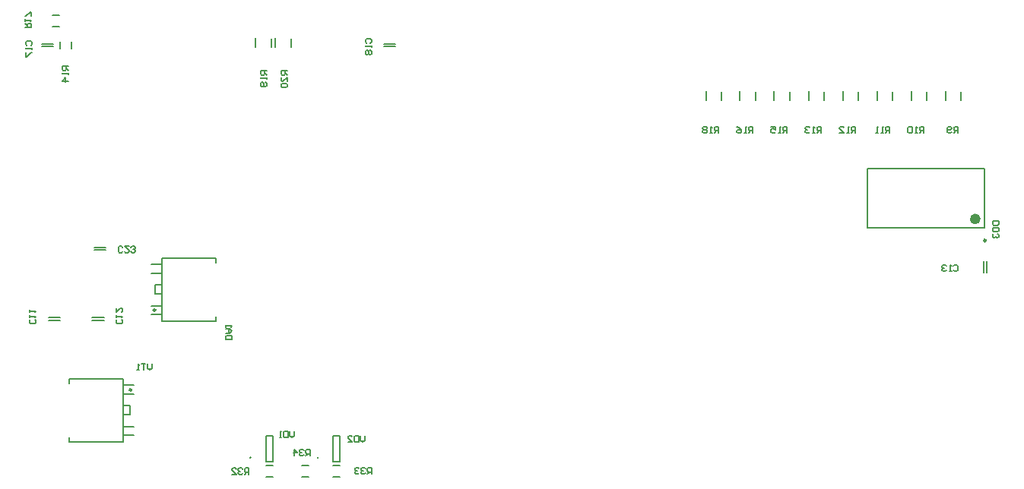
<source format=gbo>
G04 Layer_Color=32896*
%FSAX42Y42*%
%MOMM*%
G71*
G01*
G75*
%ADD10C,0.25*%
%ADD11C,0.60*%
%ADD12C,0.13*%
%ADD13C,0.20*%
D10*
X014639Y008471D02*
G03*
X014639Y008471I-000012J000000D01*
G01*
X005124Y006807D02*
G03*
X005124Y006807I-000012J000000D01*
G01*
X005391Y007696D02*
G03*
X005391Y007696I-000012J000000D01*
G01*
D11*
X014550Y008711D02*
G03*
X014550Y008711I-000030J000000D01*
G01*
D12*
X014365Y010036D02*
X014365Y010132D01*
X014188Y010033D02*
X014188Y010135D01*
X013984Y010036D02*
X013984Y010132D01*
X013807Y010033D02*
X013807Y010135D01*
X013603Y010036D02*
X013603Y010132D01*
X013426Y010033D02*
X013426Y010135D01*
X013222Y010036D02*
X013222Y010132D01*
X013045Y010033D02*
X013045Y010135D01*
X012841Y010036D02*
X012841Y010132D01*
X012664Y010033D02*
X012664Y010135D01*
X012460Y010036D02*
X012460Y010132D01*
X012282Y010033D02*
X012282Y010135D01*
X012079Y010036D02*
X012079Y010132D01*
X011901Y010033D02*
X011901Y010135D01*
X011698Y010036D02*
X011698Y010132D01*
X011521Y010033D02*
X011521Y010135D01*
X004427Y006929D02*
X005027Y006929D01*
X004427Y006229D02*
X005027Y006229D01*
X005027Y006859D02*
X005147Y006859D01*
X005027Y006759D02*
X005027Y006859D01*
X005027Y006759D02*
X005147Y006759D01*
X005107Y006529D02*
X005107Y006629D01*
X005027Y006529D02*
X005107Y006529D01*
X005027Y006529D02*
X005027Y006629D01*
X005107Y006629D01*
X005027Y006299D02*
X005147Y006299D01*
X005027Y006299D02*
X005027Y006399D01*
X005147Y006399D01*
X005027Y006229D02*
X005027Y006929D01*
X004427Y006229D02*
X004427Y006279D01*
X004427Y006879D02*
X004427Y006929D01*
X007369Y006005D02*
X007445Y006005D01*
X007445Y006295D01*
X007369Y006295D02*
X007445Y006295D01*
X007369Y006005D02*
X007369Y006295D01*
X006619Y006005D02*
X006695Y006005D01*
X006695Y006295D01*
X006619Y006295D02*
X006695Y006295D01*
X006619Y006005D02*
X006619Y006295D01*
X007019Y005837D02*
X007095Y005837D01*
X007019Y005963D02*
X007095Y005963D01*
X006903Y010627D02*
X006903Y010723D01*
X006725Y010624D02*
X006725Y010726D01*
X006678Y010627D02*
X006678Y010723D01*
X006500Y010624D02*
X006500Y010726D01*
X007369Y005963D02*
X007445Y005963D01*
X007369Y005837D02*
X007445Y005837D01*
X006619Y005963D02*
X006695Y005963D01*
X006619Y005837D02*
X006695Y005837D01*
X004240Y010858D02*
X004317Y010858D01*
X004240Y010986D02*
X004317Y010986D01*
X004452Y010612D02*
X004452Y010688D01*
X004325Y010612D02*
X004325Y010688D01*
X005463Y007575D02*
X006063Y007575D01*
X005463Y008275D02*
X006063Y008275D01*
X005343Y007645D02*
X005463Y007645D01*
X005463Y007745D01*
X005343Y007745D02*
X005463Y007745D01*
X005383Y007875D02*
X005383Y007975D01*
X005463Y007975D01*
X005463Y007875D02*
X005463Y007975D01*
X005383Y007875D02*
X005463Y007875D01*
X005343Y008205D02*
X005463Y008205D01*
X005463Y008105D02*
X005463Y008205D01*
X005343Y008105D02*
X005463Y008105D01*
X005463Y007575D02*
X005463Y008275D01*
X006063Y008225D02*
X006063Y008275D01*
X006063Y007575D02*
X006063Y007625D01*
X007935Y010635D02*
X008065Y010635D01*
X007935Y010665D02*
X008065Y010665D01*
X004124Y010635D02*
X004254Y010635D01*
X004124Y010665D02*
X004254Y010665D01*
X004685Y007610D02*
X004815Y007610D01*
X004685Y007580D02*
X004815Y007580D01*
X004202Y007610D02*
X004332Y007610D01*
X004202Y007580D02*
X004332Y007580D01*
X014615Y008114D02*
X014615Y008244D01*
X014645Y008114D02*
X014645Y008244D01*
X004710Y008367D02*
X004840Y008367D01*
X004710Y008397D02*
X004840Y008397D01*
X014328Y009672D02*
X014328Y009742D01*
X014293Y009742D01*
X014281Y009731D01*
X014281Y009707D01*
X014293Y009696D01*
X014328Y009696D01*
X014305Y009696D02*
X014281Y009672D01*
X014258Y009684D02*
X014246Y009672D01*
X014223Y009672D01*
X014212Y009684D01*
X014212Y009731D01*
X014223Y009742D01*
X014246Y009742D01*
X014258Y009731D01*
X014258Y009719D01*
X014246Y009707D01*
X014212Y009707D01*
X013947Y009672D02*
X013947Y009742D01*
X013912Y009742D01*
X013900Y009731D01*
X013900Y009707D01*
X013912Y009696D01*
X013947Y009696D01*
X013924Y009696D02*
X013900Y009672D01*
X013877Y009672D02*
X013854Y009672D01*
X013865Y009672D01*
X013865Y009742D01*
X013877Y009731D01*
X013819Y009731D02*
X013807Y009742D01*
X013784Y009742D01*
X013772Y009731D01*
X013772Y009684D01*
X013784Y009672D01*
X013807Y009672D01*
X013819Y009684D01*
X013819Y009731D01*
X013566Y009672D02*
X013566Y009742D01*
X013531Y009742D01*
X013519Y009731D01*
X013519Y009707D01*
X013531Y009696D01*
X013566Y009696D01*
X013543Y009696D02*
X013519Y009672D01*
X013496Y009672D02*
X013473Y009672D01*
X013485Y009672D01*
X013485Y009742D01*
X013496Y009731D01*
X013438Y009672D02*
X013415Y009672D01*
X013426Y009672D01*
X013426Y009742D01*
X013438Y009731D01*
X013185Y009672D02*
X013185Y009742D01*
X013150Y009742D01*
X013138Y009731D01*
X013138Y009707D01*
X013150Y009696D01*
X013185Y009696D01*
X013162Y009696D02*
X013138Y009672D01*
X013115Y009672D02*
X013092Y009672D01*
X013104Y009672D01*
X013104Y009742D01*
X013115Y009731D01*
X013010Y009672D02*
X013057Y009672D01*
X013010Y009719D01*
X013010Y009731D01*
X013022Y009742D01*
X013045Y009742D01*
X013057Y009731D01*
X012804Y009672D02*
X012804Y009742D01*
X012769Y009742D01*
X012757Y009731D01*
X012757Y009707D01*
X012769Y009696D01*
X012804Y009696D01*
X012781Y009696D02*
X012757Y009672D01*
X012734Y009672D02*
X012711Y009672D01*
X012722Y009672D01*
X012722Y009742D01*
X012734Y009731D01*
X012676Y009731D02*
X012664Y009742D01*
X012641Y009742D01*
X012629Y009731D01*
X012629Y009719D01*
X012641Y009707D01*
X012653Y009707D01*
X012641Y009707D01*
X012629Y009696D01*
X012629Y009684D01*
X012641Y009672D01*
X012664Y009672D01*
X012676Y009684D01*
X012423Y009672D02*
X012423Y009742D01*
X012388Y009742D01*
X012376Y009731D01*
X012376Y009707D01*
X012388Y009696D01*
X012423Y009696D01*
X012400Y009696D02*
X012376Y009672D01*
X012353Y009672D02*
X012330Y009672D01*
X012342Y009672D01*
X012342Y009742D01*
X012353Y009731D01*
X012248Y009742D02*
X012295Y009742D01*
X012295Y009707D01*
X012272Y009719D01*
X012260Y009719D01*
X012248Y009707D01*
X012248Y009684D01*
X012260Y009672D01*
X012283Y009672D01*
X012295Y009684D01*
X012042Y009672D02*
X012042Y009742D01*
X012007Y009742D01*
X011995Y009731D01*
X011995Y009707D01*
X012007Y009696D01*
X012042Y009696D01*
X012019Y009696D02*
X011995Y009672D01*
X011972Y009672D02*
X011949Y009672D01*
X011961Y009672D01*
X011961Y009742D01*
X011972Y009731D01*
X011867Y009742D02*
X011891Y009731D01*
X011914Y009707D01*
X011914Y009684D01*
X011902Y009672D01*
X011879Y009672D01*
X011867Y009684D01*
X011867Y009696D01*
X011879Y009707D01*
X011914Y009707D01*
X011661Y009672D02*
X011661Y009742D01*
X011626Y009742D01*
X011614Y009731D01*
X011614Y009707D01*
X011626Y009696D01*
X011661Y009696D01*
X011638Y009696D02*
X011614Y009672D01*
X011591Y009672D02*
X011568Y009672D01*
X011579Y009672D01*
X011579Y009742D01*
X011591Y009731D01*
X011533Y009731D02*
X011521Y009742D01*
X011498Y009742D01*
X011486Y009731D01*
X011486Y009719D01*
X011498Y009707D01*
X011486Y009696D01*
X011486Y009684D01*
X011498Y009672D01*
X011521Y009672D01*
X011533Y009684D01*
X011533Y009696D01*
X011521Y009707D01*
X011533Y009719D01*
X011533Y009731D01*
X011521Y009707D02*
X011498Y009707D01*
X014713Y008687D02*
X014783Y008687D01*
X014783Y008652D01*
X014771Y008640D01*
X014724Y008640D01*
X014713Y008652D01*
X014713Y008687D01*
X014713Y008617D02*
X014783Y008617D01*
X014783Y008582D01*
X014771Y008570D01*
X014724Y008570D01*
X014713Y008582D01*
X014713Y008617D01*
X014724Y008547D02*
X014713Y008535D01*
X014713Y008512D01*
X014724Y008500D01*
X014736Y008500D01*
X014748Y008512D01*
X014748Y008524D01*
X014748Y008512D01*
X014759Y008500D01*
X014771Y008500D01*
X014783Y008512D01*
X014783Y008535D01*
X014771Y008547D01*
X005349Y007096D02*
X005349Y007049D01*
X005326Y007026D01*
X005303Y007049D01*
X005303Y007096D01*
X005279Y007096D02*
X005233Y007096D01*
X005256Y007096D01*
X005256Y007026D01*
X005209Y007026D02*
X005186Y007026D01*
X005198Y007026D01*
X005198Y007096D01*
X005209Y007084D01*
X007722Y006293D02*
X007722Y006246D01*
X007698Y006223D01*
X007675Y006246D01*
X007675Y006293D01*
X007652Y006293D02*
X007652Y006223D01*
X007617Y006223D01*
X007605Y006235D01*
X007605Y006281D01*
X007617Y006293D01*
X007652Y006293D01*
X007535Y006223D02*
X007582Y006223D01*
X007535Y006270D01*
X007535Y006281D01*
X007547Y006293D01*
X007570Y006293D01*
X007582Y006281D01*
X006934Y006344D02*
X006934Y006297D01*
X006911Y006274D01*
X006888Y006297D01*
X006888Y006344D01*
X006864Y006344D02*
X006864Y006274D01*
X006829Y006274D01*
X006818Y006285D01*
X006818Y006332D01*
X006829Y006344D01*
X006864Y006344D01*
X006794Y006274D02*
X006771Y006274D01*
X006783Y006274D01*
X006783Y006344D01*
X006794Y006332D01*
X007112Y006071D02*
X007112Y006141D01*
X007077Y006141D01*
X007065Y006129D01*
X007065Y006106D01*
X007077Y006094D01*
X007112Y006094D01*
X007089Y006094D02*
X007065Y006071D01*
X007042Y006129D02*
X007030Y006141D01*
X007007Y006141D01*
X006995Y006129D01*
X006995Y006117D01*
X007007Y006106D01*
X007019Y006106D01*
X007007Y006106D01*
X006995Y006094D01*
X006995Y006082D01*
X007007Y006071D01*
X007030Y006071D01*
X007042Y006082D01*
X006937Y006071D02*
X006937Y006141D01*
X006972Y006106D01*
X006925Y006106D01*
X006858Y010363D02*
X006788Y010363D01*
X006788Y010328D01*
X006800Y010317D01*
X006823Y010317D01*
X006835Y010328D01*
X006835Y010363D01*
X006835Y010340D02*
X006858Y010317D01*
X006858Y010247D02*
X006858Y010293D01*
X006811Y010247D01*
X006800Y010247D01*
X006788Y010258D01*
X006788Y010282D01*
X006800Y010293D01*
X006800Y010223D02*
X006788Y010212D01*
X006788Y010188D01*
X006800Y010177D01*
X006846Y010177D01*
X006858Y010188D01*
X006858Y010212D01*
X006846Y010223D01*
X006800Y010223D01*
X006629Y010363D02*
X006559Y010363D01*
X006559Y010328D01*
X006571Y010317D01*
X006594Y010317D01*
X006606Y010328D01*
X006606Y010363D01*
X006606Y010340D02*
X006629Y010317D01*
X006629Y010293D02*
X006629Y010270D01*
X006629Y010282D01*
X006559Y010282D01*
X006571Y010293D01*
X006618Y010235D02*
X006629Y010223D01*
X006629Y010200D01*
X006618Y010188D01*
X006571Y010188D01*
X006559Y010200D01*
X006559Y010223D01*
X006571Y010235D01*
X006583Y010235D01*
X006594Y010223D01*
X006594Y010188D01*
X007798Y005867D02*
X007798Y005937D01*
X007763Y005937D01*
X007751Y005926D01*
X007751Y005902D01*
X007763Y005891D01*
X007798Y005891D01*
X007774Y005891D02*
X007751Y005867D01*
X007728Y005926D02*
X007716Y005937D01*
X007693Y005937D01*
X007681Y005926D01*
X007681Y005914D01*
X007693Y005902D01*
X007704Y005902D01*
X007693Y005902D01*
X007681Y005891D01*
X007681Y005879D01*
X007693Y005867D01*
X007716Y005867D01*
X007728Y005879D01*
X007658Y005926D02*
X007646Y005937D01*
X007623Y005937D01*
X007611Y005926D01*
X007611Y005914D01*
X007623Y005902D01*
X007635Y005902D01*
X007623Y005902D01*
X007611Y005891D01*
X007611Y005879D01*
X007623Y005867D01*
X007646Y005867D01*
X007658Y005879D01*
X006430Y005864D02*
X006430Y005934D01*
X006395Y005934D01*
X006383Y005922D01*
X006383Y005899D01*
X006395Y005887D01*
X006430Y005887D01*
X006406Y005887D02*
X006383Y005864D01*
X006360Y005922D02*
X006348Y005934D01*
X006325Y005934D01*
X006313Y005922D01*
X006313Y005911D01*
X006325Y005899D01*
X006336Y005899D01*
X006325Y005899D01*
X006313Y005887D01*
X006313Y005876D01*
X006325Y005864D01*
X006348Y005864D01*
X006360Y005876D01*
X006243Y005864D02*
X006290Y005864D01*
X006243Y005911D01*
X006243Y005922D01*
X006255Y005934D01*
X006278Y005934D01*
X006290Y005922D01*
X003937Y010846D02*
X004007Y010846D01*
X004007Y010881D01*
X003995Y010892D01*
X003972Y010892D01*
X003960Y010881D01*
X003960Y010846D01*
X003960Y010869D02*
X003937Y010892D01*
X003937Y010916D02*
X003937Y010939D01*
X003937Y010927D01*
X004007Y010927D01*
X003995Y010916D01*
X004007Y010974D02*
X004007Y011021D01*
X003995Y011021D01*
X003949Y010974D01*
X003937Y010974D01*
X004420Y010414D02*
X004350Y010414D01*
X004350Y010379D01*
X004361Y010367D01*
X004385Y010367D01*
X004396Y010379D01*
X004396Y010414D01*
X004396Y010391D02*
X004420Y010367D01*
X004420Y010344D02*
X004420Y010321D01*
X004420Y010332D01*
X004350Y010332D01*
X004361Y010344D01*
X004420Y010251D02*
X004350Y010251D01*
X004385Y010286D01*
X004385Y010239D01*
X006242Y007366D02*
X006172Y007366D01*
X006172Y007401D01*
X006184Y007413D01*
X006231Y007413D01*
X006242Y007401D01*
X006242Y007366D01*
X006172Y007436D02*
X006219Y007436D01*
X006242Y007459D01*
X006219Y007483D01*
X006172Y007483D01*
X006207Y007483D01*
X006207Y007436D01*
X006172Y007506D02*
X006172Y007529D01*
X006172Y007518D01*
X006242Y007518D01*
X006231Y007506D01*
X007739Y010672D02*
X007728Y010684D01*
X007728Y010707D01*
X007739Y010719D01*
X007786Y010719D01*
X007798Y010707D01*
X007798Y010684D01*
X007786Y010672D01*
X007798Y010649D02*
X007798Y010625D01*
X007798Y010637D01*
X007728Y010637D01*
X007739Y010649D01*
X007739Y010591D02*
X007728Y010579D01*
X007728Y010556D01*
X007739Y010544D01*
X007751Y010544D01*
X007763Y010556D01*
X007774Y010544D01*
X007786Y010544D01*
X007798Y010556D01*
X007798Y010579D01*
X007786Y010591D01*
X007774Y010591D01*
X007763Y010579D01*
X007751Y010591D01*
X007739Y010591D01*
X007763Y010579D02*
X007763Y010556D01*
X003955Y010647D02*
X003943Y010658D01*
X003943Y010682D01*
X003955Y010693D01*
X004002Y010693D01*
X004013Y010682D01*
X004013Y010658D01*
X004002Y010647D01*
X004013Y010623D02*
X004013Y010600D01*
X004013Y010612D01*
X003943Y010612D01*
X003955Y010623D01*
X003943Y010565D02*
X003943Y010518D01*
X003955Y010518D01*
X004002Y010565D01*
X004013Y010565D01*
X005011Y007590D02*
X005023Y007579D01*
X005023Y007555D01*
X005011Y007544D01*
X004965Y007544D01*
X004953Y007555D01*
X004953Y007579D01*
X004965Y007590D01*
X004953Y007614D02*
X004953Y007637D01*
X004953Y007625D01*
X005023Y007625D01*
X005011Y007614D01*
X004953Y007719D02*
X004953Y007672D01*
X005000Y007719D01*
X005011Y007719D01*
X005023Y007707D01*
X005023Y007684D01*
X005011Y007672D01*
X004046Y007590D02*
X004058Y007579D01*
X004058Y007555D01*
X004046Y007544D01*
X003999Y007544D01*
X003988Y007555D01*
X003988Y007579D01*
X003999Y007590D01*
X003988Y007614D02*
X003988Y007637D01*
X003988Y007625D01*
X004058Y007625D01*
X004046Y007614D01*
X003988Y007672D02*
X003988Y007695D01*
X003988Y007684D01*
X004058Y007684D01*
X004046Y007672D01*
X014279Y008186D02*
X014291Y008198D01*
X014314Y008198D01*
X014326Y008186D01*
X014326Y008140D01*
X014314Y008128D01*
X014291Y008128D01*
X014279Y008140D01*
X014256Y008128D02*
X014232Y008128D01*
X014244Y008128D01*
X014244Y008198D01*
X014256Y008186D01*
X014197Y008186D02*
X014186Y008198D01*
X014162Y008198D01*
X014151Y008186D01*
X014151Y008175D01*
X014162Y008163D01*
X014174Y008163D01*
X014162Y008163D01*
X014151Y008151D01*
X014151Y008140D01*
X014162Y008128D01*
X014186Y008128D01*
X014197Y008140D01*
X005025Y008349D02*
X005013Y008337D01*
X004990Y008337D01*
X004978Y008349D01*
X004978Y008396D01*
X004990Y008407D01*
X005013Y008407D01*
X005025Y008396D01*
X005095Y008407D02*
X005048Y008407D01*
X005095Y008361D01*
X005095Y008349D01*
X005083Y008337D01*
X005060Y008337D01*
X005048Y008349D01*
X005118Y008349D02*
X005130Y008337D01*
X005153Y008337D01*
X005165Y008349D01*
X005165Y008361D01*
X005153Y008372D01*
X005142Y008372D01*
X005153Y008372D01*
X005165Y008384D01*
X005165Y008396D01*
X005153Y008407D01*
X005130Y008407D01*
X005118Y008396D01*
X007198Y006048D02*
X007194Y006052D01*
X007198Y006055D01*
X007201Y006052D01*
X007198Y006048D01*
X006448Y006048D02*
X006444Y006052D01*
X006448Y006055D01*
X006451Y006052D01*
X006448Y006048D01*
D13*
X013320Y008611D02*
X014620Y008611D01*
X013320Y009271D02*
X014620Y009271D01*
X014620Y008611D02*
X014620Y009271D01*
X013320Y008611D02*
X013320Y009271D01*
M02*

</source>
